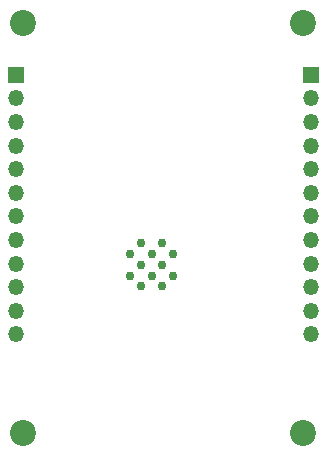
<source format=gbs>
%TF.GenerationSoftware,KiCad,Pcbnew,5.1.7-a382d34a8~88~ubuntu18.04.1*%
%TF.CreationDate,2022-05-18T14:25:08-05:00*%
%TF.ProjectId,Global_Val_Sen_CPU,476c6f62-616c-45f5-9661-6c5f53656e5f,rev?*%
%TF.SameCoordinates,Original*%
%TF.FileFunction,Soldermask,Bot*%
%TF.FilePolarity,Negative*%
%FSLAX46Y46*%
G04 Gerber Fmt 4.6, Leading zero omitted, Abs format (unit mm)*
G04 Created by KiCad (PCBNEW 5.1.7-a382d34a8~88~ubuntu18.04.1) date 2022-05-18 14:25:08*
%MOMM*%
%LPD*%
G01*
G04 APERTURE LIST*
%ADD10O,1.350000X1.350000*%
%ADD11R,1.350000X1.350000*%
%ADD12C,2.200000*%
%ADD13C,0.762000*%
G04 APERTURE END LIST*
D10*
%TO.C,JD_cpu1*%
X86500000Y-68500000D03*
X86500000Y-66500000D03*
X86500000Y-64500000D03*
X86500000Y-62500000D03*
X86500000Y-60500000D03*
X86500000Y-58500000D03*
X86500000Y-56500000D03*
X86500000Y-54500000D03*
X86500000Y-52500000D03*
X86500000Y-50500000D03*
X86500000Y-48500000D03*
D11*
X86500000Y-46500000D03*
%TD*%
D10*
%TO.C,JI_cpu1*%
X61500000Y-68500000D03*
X61500000Y-66500000D03*
X61500000Y-64500000D03*
X61500000Y-62500000D03*
X61500000Y-60500000D03*
X61500000Y-58500000D03*
X61500000Y-56500000D03*
X61500000Y-54500000D03*
X61500000Y-52500000D03*
X61500000Y-50500000D03*
X61500000Y-48500000D03*
D11*
X61500000Y-46500000D03*
%TD*%
D12*
%TO.C,Hrs1*%
X85850000Y-42150000D03*
%TD*%
%TO.C,Hdd1*%
X85850000Y-76850000D03*
%TD*%
%TO.C,His1*%
X62150000Y-42150000D03*
%TD*%
%TO.C,Hid1*%
X62150000Y-76850000D03*
%TD*%
D13*
%TO.C,U1*%
X73917500Y-64425000D03*
X72082500Y-64425000D03*
X73917500Y-60755000D03*
X72082500Y-60755000D03*
X73917500Y-62590000D03*
X72082500Y-62590000D03*
X74835000Y-63507500D03*
X73000000Y-63507500D03*
X71165000Y-63507500D03*
X74835000Y-61672500D03*
X71165000Y-61672500D03*
X73000000Y-61672500D03*
%TD*%
M02*

</source>
